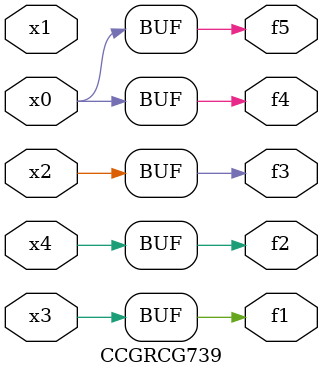
<source format=v>
module CCGRCG739(
	input x0, x1, x2, x3, x4,
	output f1, f2, f3, f4, f5
);
	assign f1 = x3;
	assign f2 = x4;
	assign f3 = x2;
	assign f4 = x0;
	assign f5 = x0;
endmodule

</source>
